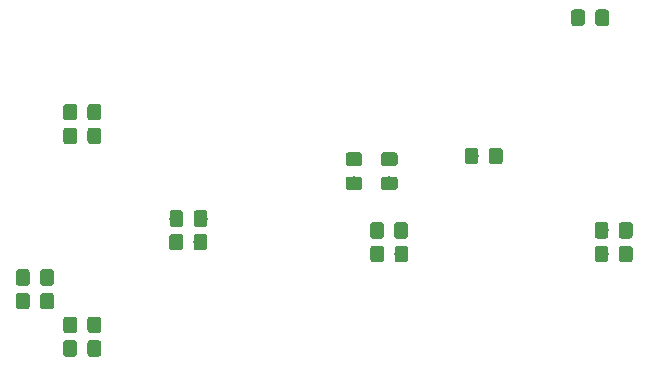
<source format=gtp>
%TF.GenerationSoftware,KiCad,Pcbnew,5.0.2+dfsg1-1*%
%TF.CreationDate,2022-04-10T01:54:42-07:00*%
%TF.ProjectId,keygame,6b657967-616d-4652-9e6b-696361645f70,rev?*%
%TF.SameCoordinates,Original*%
%TF.FileFunction,Paste,Top*%
%TF.FilePolarity,Positive*%
%FSLAX46Y46*%
G04 Gerber Fmt 4.6, Leading zero omitted, Abs format (unit mm)*
G04 Created by KiCad (PCBNEW 5.0.2+dfsg1-1) date Sun 10 Apr 2022 01:54:42 AM PDT*
%MOMM*%
%LPD*%
G01*
G04 APERTURE LIST*
%ADD10C,0.100000*%
%ADD11C,1.150000*%
G04 APERTURE END LIST*
D10*
G36*
X139324505Y-88301204D02*
X139348773Y-88304804D01*
X139372572Y-88310765D01*
X139395671Y-88319030D01*
X139417850Y-88329520D01*
X139438893Y-88342132D01*
X139458599Y-88356747D01*
X139476777Y-88373223D01*
X139493253Y-88391401D01*
X139507868Y-88411107D01*
X139520480Y-88432150D01*
X139530970Y-88454329D01*
X139539235Y-88477428D01*
X139545196Y-88501227D01*
X139548796Y-88525495D01*
X139550000Y-88549999D01*
X139550000Y-89450001D01*
X139548796Y-89474505D01*
X139545196Y-89498773D01*
X139539235Y-89522572D01*
X139530970Y-89545671D01*
X139520480Y-89567850D01*
X139507868Y-89588893D01*
X139493253Y-89608599D01*
X139476777Y-89626777D01*
X139458599Y-89643253D01*
X139438893Y-89657868D01*
X139417850Y-89670480D01*
X139395671Y-89680970D01*
X139372572Y-89689235D01*
X139348773Y-89695196D01*
X139324505Y-89698796D01*
X139300001Y-89700000D01*
X138649999Y-89700000D01*
X138625495Y-89698796D01*
X138601227Y-89695196D01*
X138577428Y-89689235D01*
X138554329Y-89680970D01*
X138532150Y-89670480D01*
X138511107Y-89657868D01*
X138491401Y-89643253D01*
X138473223Y-89626777D01*
X138456747Y-89608599D01*
X138442132Y-89588893D01*
X138429520Y-89567850D01*
X138419030Y-89545671D01*
X138410765Y-89522572D01*
X138404804Y-89498773D01*
X138401204Y-89474505D01*
X138400000Y-89450001D01*
X138400000Y-88549999D01*
X138401204Y-88525495D01*
X138404804Y-88501227D01*
X138410765Y-88477428D01*
X138419030Y-88454329D01*
X138429520Y-88432150D01*
X138442132Y-88411107D01*
X138456747Y-88391401D01*
X138473223Y-88373223D01*
X138491401Y-88356747D01*
X138511107Y-88342132D01*
X138532150Y-88329520D01*
X138554329Y-88319030D01*
X138577428Y-88310765D01*
X138601227Y-88304804D01*
X138625495Y-88301204D01*
X138649999Y-88300000D01*
X139300001Y-88300000D01*
X139324505Y-88301204D01*
X139324505Y-88301204D01*
G37*
D11*
X138975000Y-89000000D03*
D10*
G36*
X141374505Y-88301204D02*
X141398773Y-88304804D01*
X141422572Y-88310765D01*
X141445671Y-88319030D01*
X141467850Y-88329520D01*
X141488893Y-88342132D01*
X141508599Y-88356747D01*
X141526777Y-88373223D01*
X141543253Y-88391401D01*
X141557868Y-88411107D01*
X141570480Y-88432150D01*
X141580970Y-88454329D01*
X141589235Y-88477428D01*
X141595196Y-88501227D01*
X141598796Y-88525495D01*
X141600000Y-88549999D01*
X141600000Y-89450001D01*
X141598796Y-89474505D01*
X141595196Y-89498773D01*
X141589235Y-89522572D01*
X141580970Y-89545671D01*
X141570480Y-89567850D01*
X141557868Y-89588893D01*
X141543253Y-89608599D01*
X141526777Y-89626777D01*
X141508599Y-89643253D01*
X141488893Y-89657868D01*
X141467850Y-89670480D01*
X141445671Y-89680970D01*
X141422572Y-89689235D01*
X141398773Y-89695196D01*
X141374505Y-89698796D01*
X141350001Y-89700000D01*
X140699999Y-89700000D01*
X140675495Y-89698796D01*
X140651227Y-89695196D01*
X140627428Y-89689235D01*
X140604329Y-89680970D01*
X140582150Y-89670480D01*
X140561107Y-89657868D01*
X140541401Y-89643253D01*
X140523223Y-89626777D01*
X140506747Y-89608599D01*
X140492132Y-89588893D01*
X140479520Y-89567850D01*
X140469030Y-89545671D01*
X140460765Y-89522572D01*
X140454804Y-89498773D01*
X140451204Y-89474505D01*
X140450000Y-89450001D01*
X140450000Y-88549999D01*
X140451204Y-88525495D01*
X140454804Y-88501227D01*
X140460765Y-88477428D01*
X140469030Y-88454329D01*
X140479520Y-88432150D01*
X140492132Y-88411107D01*
X140506747Y-88391401D01*
X140523223Y-88373223D01*
X140541401Y-88356747D01*
X140561107Y-88342132D01*
X140582150Y-88329520D01*
X140604329Y-88319030D01*
X140627428Y-88310765D01*
X140651227Y-88304804D01*
X140675495Y-88301204D01*
X140699999Y-88300000D01*
X141350001Y-88300000D01*
X141374505Y-88301204D01*
X141374505Y-88301204D01*
G37*
D11*
X141025000Y-89000000D03*
D10*
G36*
X135324505Y-82301204D02*
X135348773Y-82304804D01*
X135372572Y-82310765D01*
X135395671Y-82319030D01*
X135417850Y-82329520D01*
X135438893Y-82342132D01*
X135458599Y-82356747D01*
X135476777Y-82373223D01*
X135493253Y-82391401D01*
X135507868Y-82411107D01*
X135520480Y-82432150D01*
X135530970Y-82454329D01*
X135539235Y-82477428D01*
X135545196Y-82501227D01*
X135548796Y-82525495D01*
X135550000Y-82549999D01*
X135550000Y-83450001D01*
X135548796Y-83474505D01*
X135545196Y-83498773D01*
X135539235Y-83522572D01*
X135530970Y-83545671D01*
X135520480Y-83567850D01*
X135507868Y-83588893D01*
X135493253Y-83608599D01*
X135476777Y-83626777D01*
X135458599Y-83643253D01*
X135438893Y-83657868D01*
X135417850Y-83670480D01*
X135395671Y-83680970D01*
X135372572Y-83689235D01*
X135348773Y-83695196D01*
X135324505Y-83698796D01*
X135300001Y-83700000D01*
X134649999Y-83700000D01*
X134625495Y-83698796D01*
X134601227Y-83695196D01*
X134577428Y-83689235D01*
X134554329Y-83680970D01*
X134532150Y-83670480D01*
X134511107Y-83657868D01*
X134491401Y-83643253D01*
X134473223Y-83626777D01*
X134456747Y-83608599D01*
X134442132Y-83588893D01*
X134429520Y-83567850D01*
X134419030Y-83545671D01*
X134410765Y-83522572D01*
X134404804Y-83498773D01*
X134401204Y-83474505D01*
X134400000Y-83450001D01*
X134400000Y-82549999D01*
X134401204Y-82525495D01*
X134404804Y-82501227D01*
X134410765Y-82477428D01*
X134419030Y-82454329D01*
X134429520Y-82432150D01*
X134442132Y-82411107D01*
X134456747Y-82391401D01*
X134473223Y-82373223D01*
X134491401Y-82356747D01*
X134511107Y-82342132D01*
X134532150Y-82329520D01*
X134554329Y-82319030D01*
X134577428Y-82310765D01*
X134601227Y-82304804D01*
X134625495Y-82301204D01*
X134649999Y-82300000D01*
X135300001Y-82300000D01*
X135324505Y-82301204D01*
X135324505Y-82301204D01*
G37*
D11*
X134975000Y-83000000D03*
D10*
G36*
X137374505Y-82301204D02*
X137398773Y-82304804D01*
X137422572Y-82310765D01*
X137445671Y-82319030D01*
X137467850Y-82329520D01*
X137488893Y-82342132D01*
X137508599Y-82356747D01*
X137526777Y-82373223D01*
X137543253Y-82391401D01*
X137557868Y-82411107D01*
X137570480Y-82432150D01*
X137580970Y-82454329D01*
X137589235Y-82477428D01*
X137595196Y-82501227D01*
X137598796Y-82525495D01*
X137600000Y-82549999D01*
X137600000Y-83450001D01*
X137598796Y-83474505D01*
X137595196Y-83498773D01*
X137589235Y-83522572D01*
X137580970Y-83545671D01*
X137570480Y-83567850D01*
X137557868Y-83588893D01*
X137543253Y-83608599D01*
X137526777Y-83626777D01*
X137508599Y-83643253D01*
X137488893Y-83657868D01*
X137467850Y-83670480D01*
X137445671Y-83680970D01*
X137422572Y-83689235D01*
X137398773Y-83695196D01*
X137374505Y-83698796D01*
X137350001Y-83700000D01*
X136699999Y-83700000D01*
X136675495Y-83698796D01*
X136651227Y-83695196D01*
X136627428Y-83689235D01*
X136604329Y-83680970D01*
X136582150Y-83670480D01*
X136561107Y-83657868D01*
X136541401Y-83643253D01*
X136523223Y-83626777D01*
X136506747Y-83608599D01*
X136492132Y-83588893D01*
X136479520Y-83567850D01*
X136469030Y-83545671D01*
X136460765Y-83522572D01*
X136454804Y-83498773D01*
X136451204Y-83474505D01*
X136450000Y-83450001D01*
X136450000Y-82549999D01*
X136451204Y-82525495D01*
X136454804Y-82501227D01*
X136460765Y-82477428D01*
X136469030Y-82454329D01*
X136479520Y-82432150D01*
X136492132Y-82411107D01*
X136506747Y-82391401D01*
X136523223Y-82373223D01*
X136541401Y-82356747D01*
X136561107Y-82342132D01*
X136582150Y-82329520D01*
X136604329Y-82319030D01*
X136627428Y-82310765D01*
X136651227Y-82304804D01*
X136675495Y-82301204D01*
X136699999Y-82300000D01*
X137350001Y-82300000D01*
X137374505Y-82301204D01*
X137374505Y-82301204D01*
G37*
D11*
X137025000Y-83000000D03*
D10*
G36*
X148299505Y-79301204D02*
X148323773Y-79304804D01*
X148347572Y-79310765D01*
X148370671Y-79319030D01*
X148392850Y-79329520D01*
X148413893Y-79342132D01*
X148433599Y-79356747D01*
X148451777Y-79373223D01*
X148468253Y-79391401D01*
X148482868Y-79411107D01*
X148495480Y-79432150D01*
X148505970Y-79454329D01*
X148514235Y-79477428D01*
X148520196Y-79501227D01*
X148523796Y-79525495D01*
X148525000Y-79549999D01*
X148525000Y-80450001D01*
X148523796Y-80474505D01*
X148520196Y-80498773D01*
X148514235Y-80522572D01*
X148505970Y-80545671D01*
X148495480Y-80567850D01*
X148482868Y-80588893D01*
X148468253Y-80608599D01*
X148451777Y-80626777D01*
X148433599Y-80643253D01*
X148413893Y-80657868D01*
X148392850Y-80670480D01*
X148370671Y-80680970D01*
X148347572Y-80689235D01*
X148323773Y-80695196D01*
X148299505Y-80698796D01*
X148275001Y-80700000D01*
X147624999Y-80700000D01*
X147600495Y-80698796D01*
X147576227Y-80695196D01*
X147552428Y-80689235D01*
X147529329Y-80680970D01*
X147507150Y-80670480D01*
X147486107Y-80657868D01*
X147466401Y-80643253D01*
X147448223Y-80626777D01*
X147431747Y-80608599D01*
X147417132Y-80588893D01*
X147404520Y-80567850D01*
X147394030Y-80545671D01*
X147385765Y-80522572D01*
X147379804Y-80498773D01*
X147376204Y-80474505D01*
X147375000Y-80450001D01*
X147375000Y-79549999D01*
X147376204Y-79525495D01*
X147379804Y-79501227D01*
X147385765Y-79477428D01*
X147394030Y-79454329D01*
X147404520Y-79432150D01*
X147417132Y-79411107D01*
X147431747Y-79391401D01*
X147448223Y-79373223D01*
X147466401Y-79356747D01*
X147486107Y-79342132D01*
X147507150Y-79329520D01*
X147529329Y-79319030D01*
X147552428Y-79310765D01*
X147576227Y-79304804D01*
X147600495Y-79301204D01*
X147624999Y-79300000D01*
X148275001Y-79300000D01*
X148299505Y-79301204D01*
X148299505Y-79301204D01*
G37*
D11*
X147950000Y-80000000D03*
D10*
G36*
X150349505Y-79301204D02*
X150373773Y-79304804D01*
X150397572Y-79310765D01*
X150420671Y-79319030D01*
X150442850Y-79329520D01*
X150463893Y-79342132D01*
X150483599Y-79356747D01*
X150501777Y-79373223D01*
X150518253Y-79391401D01*
X150532868Y-79411107D01*
X150545480Y-79432150D01*
X150555970Y-79454329D01*
X150564235Y-79477428D01*
X150570196Y-79501227D01*
X150573796Y-79525495D01*
X150575000Y-79549999D01*
X150575000Y-80450001D01*
X150573796Y-80474505D01*
X150570196Y-80498773D01*
X150564235Y-80522572D01*
X150555970Y-80545671D01*
X150545480Y-80567850D01*
X150532868Y-80588893D01*
X150518253Y-80608599D01*
X150501777Y-80626777D01*
X150483599Y-80643253D01*
X150463893Y-80657868D01*
X150442850Y-80670480D01*
X150420671Y-80680970D01*
X150397572Y-80689235D01*
X150373773Y-80695196D01*
X150349505Y-80698796D01*
X150325001Y-80700000D01*
X149674999Y-80700000D01*
X149650495Y-80698796D01*
X149626227Y-80695196D01*
X149602428Y-80689235D01*
X149579329Y-80680970D01*
X149557150Y-80670480D01*
X149536107Y-80657868D01*
X149516401Y-80643253D01*
X149498223Y-80626777D01*
X149481747Y-80608599D01*
X149467132Y-80588893D01*
X149454520Y-80567850D01*
X149444030Y-80545671D01*
X149435765Y-80522572D01*
X149429804Y-80498773D01*
X149426204Y-80474505D01*
X149425000Y-80450001D01*
X149425000Y-79549999D01*
X149426204Y-79525495D01*
X149429804Y-79501227D01*
X149435765Y-79477428D01*
X149444030Y-79454329D01*
X149454520Y-79432150D01*
X149467132Y-79411107D01*
X149481747Y-79391401D01*
X149498223Y-79373223D01*
X149516401Y-79356747D01*
X149536107Y-79342132D01*
X149557150Y-79329520D01*
X149579329Y-79319030D01*
X149602428Y-79310765D01*
X149626227Y-79304804D01*
X149650495Y-79301204D01*
X149674999Y-79300000D01*
X150325001Y-79300000D01*
X150349505Y-79301204D01*
X150349505Y-79301204D01*
G37*
D11*
X150000000Y-80000000D03*
D10*
G36*
X141374505Y-70301204D02*
X141398773Y-70304804D01*
X141422572Y-70310765D01*
X141445671Y-70319030D01*
X141467850Y-70329520D01*
X141488893Y-70342132D01*
X141508599Y-70356747D01*
X141526777Y-70373223D01*
X141543253Y-70391401D01*
X141557868Y-70411107D01*
X141570480Y-70432150D01*
X141580970Y-70454329D01*
X141589235Y-70477428D01*
X141595196Y-70501227D01*
X141598796Y-70525495D01*
X141600000Y-70549999D01*
X141600000Y-71450001D01*
X141598796Y-71474505D01*
X141595196Y-71498773D01*
X141589235Y-71522572D01*
X141580970Y-71545671D01*
X141570480Y-71567850D01*
X141557868Y-71588893D01*
X141543253Y-71608599D01*
X141526777Y-71626777D01*
X141508599Y-71643253D01*
X141488893Y-71657868D01*
X141467850Y-71670480D01*
X141445671Y-71680970D01*
X141422572Y-71689235D01*
X141398773Y-71695196D01*
X141374505Y-71698796D01*
X141350001Y-71700000D01*
X140699999Y-71700000D01*
X140675495Y-71698796D01*
X140651227Y-71695196D01*
X140627428Y-71689235D01*
X140604329Y-71680970D01*
X140582150Y-71670480D01*
X140561107Y-71657868D01*
X140541401Y-71643253D01*
X140523223Y-71626777D01*
X140506747Y-71608599D01*
X140492132Y-71588893D01*
X140479520Y-71567850D01*
X140469030Y-71545671D01*
X140460765Y-71522572D01*
X140454804Y-71498773D01*
X140451204Y-71474505D01*
X140450000Y-71450001D01*
X140450000Y-70549999D01*
X140451204Y-70525495D01*
X140454804Y-70501227D01*
X140460765Y-70477428D01*
X140469030Y-70454329D01*
X140479520Y-70432150D01*
X140492132Y-70411107D01*
X140506747Y-70391401D01*
X140523223Y-70373223D01*
X140541401Y-70356747D01*
X140561107Y-70342132D01*
X140582150Y-70329520D01*
X140604329Y-70319030D01*
X140627428Y-70310765D01*
X140651227Y-70304804D01*
X140675495Y-70301204D01*
X140699999Y-70300000D01*
X141350001Y-70300000D01*
X141374505Y-70301204D01*
X141374505Y-70301204D01*
G37*
D11*
X141025000Y-71000000D03*
D10*
G36*
X139324505Y-70301204D02*
X139348773Y-70304804D01*
X139372572Y-70310765D01*
X139395671Y-70319030D01*
X139417850Y-70329520D01*
X139438893Y-70342132D01*
X139458599Y-70356747D01*
X139476777Y-70373223D01*
X139493253Y-70391401D01*
X139507868Y-70411107D01*
X139520480Y-70432150D01*
X139530970Y-70454329D01*
X139539235Y-70477428D01*
X139545196Y-70501227D01*
X139548796Y-70525495D01*
X139550000Y-70549999D01*
X139550000Y-71450001D01*
X139548796Y-71474505D01*
X139545196Y-71498773D01*
X139539235Y-71522572D01*
X139530970Y-71545671D01*
X139520480Y-71567850D01*
X139507868Y-71588893D01*
X139493253Y-71608599D01*
X139476777Y-71626777D01*
X139458599Y-71643253D01*
X139438893Y-71657868D01*
X139417850Y-71670480D01*
X139395671Y-71680970D01*
X139372572Y-71689235D01*
X139348773Y-71695196D01*
X139324505Y-71698796D01*
X139300001Y-71700000D01*
X138649999Y-71700000D01*
X138625495Y-71698796D01*
X138601227Y-71695196D01*
X138577428Y-71689235D01*
X138554329Y-71680970D01*
X138532150Y-71670480D01*
X138511107Y-71657868D01*
X138491401Y-71643253D01*
X138473223Y-71626777D01*
X138456747Y-71608599D01*
X138442132Y-71588893D01*
X138429520Y-71567850D01*
X138419030Y-71545671D01*
X138410765Y-71522572D01*
X138404804Y-71498773D01*
X138401204Y-71474505D01*
X138400000Y-71450001D01*
X138400000Y-70549999D01*
X138401204Y-70525495D01*
X138404804Y-70501227D01*
X138410765Y-70477428D01*
X138419030Y-70454329D01*
X138429520Y-70432150D01*
X138442132Y-70411107D01*
X138456747Y-70391401D01*
X138473223Y-70373223D01*
X138491401Y-70356747D01*
X138511107Y-70342132D01*
X138532150Y-70329520D01*
X138554329Y-70319030D01*
X138577428Y-70310765D01*
X138601227Y-70304804D01*
X138625495Y-70301204D01*
X138649999Y-70300000D01*
X139300001Y-70300000D01*
X139324505Y-70301204D01*
X139324505Y-70301204D01*
G37*
D11*
X138975000Y-71000000D03*
D10*
G36*
X186374505Y-78301204D02*
X186398773Y-78304804D01*
X186422572Y-78310765D01*
X186445671Y-78319030D01*
X186467850Y-78329520D01*
X186488893Y-78342132D01*
X186508599Y-78356747D01*
X186526777Y-78373223D01*
X186543253Y-78391401D01*
X186557868Y-78411107D01*
X186570480Y-78432150D01*
X186580970Y-78454329D01*
X186589235Y-78477428D01*
X186595196Y-78501227D01*
X186598796Y-78525495D01*
X186600000Y-78549999D01*
X186600000Y-79450001D01*
X186598796Y-79474505D01*
X186595196Y-79498773D01*
X186589235Y-79522572D01*
X186580970Y-79545671D01*
X186570480Y-79567850D01*
X186557868Y-79588893D01*
X186543253Y-79608599D01*
X186526777Y-79626777D01*
X186508599Y-79643253D01*
X186488893Y-79657868D01*
X186467850Y-79670480D01*
X186445671Y-79680970D01*
X186422572Y-79689235D01*
X186398773Y-79695196D01*
X186374505Y-79698796D01*
X186350001Y-79700000D01*
X185699999Y-79700000D01*
X185675495Y-79698796D01*
X185651227Y-79695196D01*
X185627428Y-79689235D01*
X185604329Y-79680970D01*
X185582150Y-79670480D01*
X185561107Y-79657868D01*
X185541401Y-79643253D01*
X185523223Y-79626777D01*
X185506747Y-79608599D01*
X185492132Y-79588893D01*
X185479520Y-79567850D01*
X185469030Y-79545671D01*
X185460765Y-79522572D01*
X185454804Y-79498773D01*
X185451204Y-79474505D01*
X185450000Y-79450001D01*
X185450000Y-78549999D01*
X185451204Y-78525495D01*
X185454804Y-78501227D01*
X185460765Y-78477428D01*
X185469030Y-78454329D01*
X185479520Y-78432150D01*
X185492132Y-78411107D01*
X185506747Y-78391401D01*
X185523223Y-78373223D01*
X185541401Y-78356747D01*
X185561107Y-78342132D01*
X185582150Y-78329520D01*
X185604329Y-78319030D01*
X185627428Y-78310765D01*
X185651227Y-78304804D01*
X185675495Y-78301204D01*
X185699999Y-78300000D01*
X186350001Y-78300000D01*
X186374505Y-78301204D01*
X186374505Y-78301204D01*
G37*
D11*
X186025000Y-79000000D03*
D10*
G36*
X184324505Y-78301204D02*
X184348773Y-78304804D01*
X184372572Y-78310765D01*
X184395671Y-78319030D01*
X184417850Y-78329520D01*
X184438893Y-78342132D01*
X184458599Y-78356747D01*
X184476777Y-78373223D01*
X184493253Y-78391401D01*
X184507868Y-78411107D01*
X184520480Y-78432150D01*
X184530970Y-78454329D01*
X184539235Y-78477428D01*
X184545196Y-78501227D01*
X184548796Y-78525495D01*
X184550000Y-78549999D01*
X184550000Y-79450001D01*
X184548796Y-79474505D01*
X184545196Y-79498773D01*
X184539235Y-79522572D01*
X184530970Y-79545671D01*
X184520480Y-79567850D01*
X184507868Y-79588893D01*
X184493253Y-79608599D01*
X184476777Y-79626777D01*
X184458599Y-79643253D01*
X184438893Y-79657868D01*
X184417850Y-79670480D01*
X184395671Y-79680970D01*
X184372572Y-79689235D01*
X184348773Y-79695196D01*
X184324505Y-79698796D01*
X184300001Y-79700000D01*
X183649999Y-79700000D01*
X183625495Y-79698796D01*
X183601227Y-79695196D01*
X183577428Y-79689235D01*
X183554329Y-79680970D01*
X183532150Y-79670480D01*
X183511107Y-79657868D01*
X183491401Y-79643253D01*
X183473223Y-79626777D01*
X183456747Y-79608599D01*
X183442132Y-79588893D01*
X183429520Y-79567850D01*
X183419030Y-79545671D01*
X183410765Y-79522572D01*
X183404804Y-79498773D01*
X183401204Y-79474505D01*
X183400000Y-79450001D01*
X183400000Y-78549999D01*
X183401204Y-78525495D01*
X183404804Y-78501227D01*
X183410765Y-78477428D01*
X183419030Y-78454329D01*
X183429520Y-78432150D01*
X183442132Y-78411107D01*
X183456747Y-78391401D01*
X183473223Y-78373223D01*
X183491401Y-78356747D01*
X183511107Y-78342132D01*
X183532150Y-78329520D01*
X183554329Y-78319030D01*
X183577428Y-78310765D01*
X183601227Y-78304804D01*
X183625495Y-78301204D01*
X183649999Y-78300000D01*
X184300001Y-78300000D01*
X184324505Y-78301204D01*
X184324505Y-78301204D01*
G37*
D11*
X183975000Y-79000000D03*
D10*
G36*
X165324505Y-80301204D02*
X165348773Y-80304804D01*
X165372572Y-80310765D01*
X165395671Y-80319030D01*
X165417850Y-80329520D01*
X165438893Y-80342132D01*
X165458599Y-80356747D01*
X165476777Y-80373223D01*
X165493253Y-80391401D01*
X165507868Y-80411107D01*
X165520480Y-80432150D01*
X165530970Y-80454329D01*
X165539235Y-80477428D01*
X165545196Y-80501227D01*
X165548796Y-80525495D01*
X165550000Y-80549999D01*
X165550000Y-81450001D01*
X165548796Y-81474505D01*
X165545196Y-81498773D01*
X165539235Y-81522572D01*
X165530970Y-81545671D01*
X165520480Y-81567850D01*
X165507868Y-81588893D01*
X165493253Y-81608599D01*
X165476777Y-81626777D01*
X165458599Y-81643253D01*
X165438893Y-81657868D01*
X165417850Y-81670480D01*
X165395671Y-81680970D01*
X165372572Y-81689235D01*
X165348773Y-81695196D01*
X165324505Y-81698796D01*
X165300001Y-81700000D01*
X164649999Y-81700000D01*
X164625495Y-81698796D01*
X164601227Y-81695196D01*
X164577428Y-81689235D01*
X164554329Y-81680970D01*
X164532150Y-81670480D01*
X164511107Y-81657868D01*
X164491401Y-81643253D01*
X164473223Y-81626777D01*
X164456747Y-81608599D01*
X164442132Y-81588893D01*
X164429520Y-81567850D01*
X164419030Y-81545671D01*
X164410765Y-81522572D01*
X164404804Y-81498773D01*
X164401204Y-81474505D01*
X164400000Y-81450001D01*
X164400000Y-80549999D01*
X164401204Y-80525495D01*
X164404804Y-80501227D01*
X164410765Y-80477428D01*
X164419030Y-80454329D01*
X164429520Y-80432150D01*
X164442132Y-80411107D01*
X164456747Y-80391401D01*
X164473223Y-80373223D01*
X164491401Y-80356747D01*
X164511107Y-80342132D01*
X164532150Y-80329520D01*
X164554329Y-80319030D01*
X164577428Y-80310765D01*
X164601227Y-80304804D01*
X164625495Y-80301204D01*
X164649999Y-80300000D01*
X165300001Y-80300000D01*
X165324505Y-80301204D01*
X165324505Y-80301204D01*
G37*
D11*
X164975000Y-81000000D03*
D10*
G36*
X167374505Y-80301204D02*
X167398773Y-80304804D01*
X167422572Y-80310765D01*
X167445671Y-80319030D01*
X167467850Y-80329520D01*
X167488893Y-80342132D01*
X167508599Y-80356747D01*
X167526777Y-80373223D01*
X167543253Y-80391401D01*
X167557868Y-80411107D01*
X167570480Y-80432150D01*
X167580970Y-80454329D01*
X167589235Y-80477428D01*
X167595196Y-80501227D01*
X167598796Y-80525495D01*
X167600000Y-80549999D01*
X167600000Y-81450001D01*
X167598796Y-81474505D01*
X167595196Y-81498773D01*
X167589235Y-81522572D01*
X167580970Y-81545671D01*
X167570480Y-81567850D01*
X167557868Y-81588893D01*
X167543253Y-81608599D01*
X167526777Y-81626777D01*
X167508599Y-81643253D01*
X167488893Y-81657868D01*
X167467850Y-81670480D01*
X167445671Y-81680970D01*
X167422572Y-81689235D01*
X167398773Y-81695196D01*
X167374505Y-81698796D01*
X167350001Y-81700000D01*
X166699999Y-81700000D01*
X166675495Y-81698796D01*
X166651227Y-81695196D01*
X166627428Y-81689235D01*
X166604329Y-81680970D01*
X166582150Y-81670480D01*
X166561107Y-81657868D01*
X166541401Y-81643253D01*
X166523223Y-81626777D01*
X166506747Y-81608599D01*
X166492132Y-81588893D01*
X166479520Y-81567850D01*
X166469030Y-81545671D01*
X166460765Y-81522572D01*
X166454804Y-81498773D01*
X166451204Y-81474505D01*
X166450000Y-81450001D01*
X166450000Y-80549999D01*
X166451204Y-80525495D01*
X166454804Y-80501227D01*
X166460765Y-80477428D01*
X166469030Y-80454329D01*
X166479520Y-80432150D01*
X166492132Y-80411107D01*
X166506747Y-80391401D01*
X166523223Y-80373223D01*
X166541401Y-80356747D01*
X166561107Y-80342132D01*
X166582150Y-80329520D01*
X166604329Y-80319030D01*
X166627428Y-80310765D01*
X166651227Y-80304804D01*
X166675495Y-80301204D01*
X166699999Y-80300000D01*
X167350001Y-80300000D01*
X167374505Y-80301204D01*
X167374505Y-80301204D01*
G37*
D11*
X167025000Y-81000000D03*
D10*
G36*
X175364505Y-72001204D02*
X175388773Y-72004804D01*
X175412572Y-72010765D01*
X175435671Y-72019030D01*
X175457850Y-72029520D01*
X175478893Y-72042132D01*
X175498599Y-72056747D01*
X175516777Y-72073223D01*
X175533253Y-72091401D01*
X175547868Y-72111107D01*
X175560480Y-72132150D01*
X175570970Y-72154329D01*
X175579235Y-72177428D01*
X175585196Y-72201227D01*
X175588796Y-72225495D01*
X175590000Y-72249999D01*
X175590000Y-73150001D01*
X175588796Y-73174505D01*
X175585196Y-73198773D01*
X175579235Y-73222572D01*
X175570970Y-73245671D01*
X175560480Y-73267850D01*
X175547868Y-73288893D01*
X175533253Y-73308599D01*
X175516777Y-73326777D01*
X175498599Y-73343253D01*
X175478893Y-73357868D01*
X175457850Y-73370480D01*
X175435671Y-73380970D01*
X175412572Y-73389235D01*
X175388773Y-73395196D01*
X175364505Y-73398796D01*
X175340001Y-73400000D01*
X174689999Y-73400000D01*
X174665495Y-73398796D01*
X174641227Y-73395196D01*
X174617428Y-73389235D01*
X174594329Y-73380970D01*
X174572150Y-73370480D01*
X174551107Y-73357868D01*
X174531401Y-73343253D01*
X174513223Y-73326777D01*
X174496747Y-73308599D01*
X174482132Y-73288893D01*
X174469520Y-73267850D01*
X174459030Y-73245671D01*
X174450765Y-73222572D01*
X174444804Y-73198773D01*
X174441204Y-73174505D01*
X174440000Y-73150001D01*
X174440000Y-72249999D01*
X174441204Y-72225495D01*
X174444804Y-72201227D01*
X174450765Y-72177428D01*
X174459030Y-72154329D01*
X174469520Y-72132150D01*
X174482132Y-72111107D01*
X174496747Y-72091401D01*
X174513223Y-72073223D01*
X174531401Y-72056747D01*
X174551107Y-72042132D01*
X174572150Y-72029520D01*
X174594329Y-72019030D01*
X174617428Y-72010765D01*
X174641227Y-72004804D01*
X174665495Y-72001204D01*
X174689999Y-72000000D01*
X175340001Y-72000000D01*
X175364505Y-72001204D01*
X175364505Y-72001204D01*
G37*
D11*
X175015000Y-72700000D03*
D10*
G36*
X173314505Y-72001204D02*
X173338773Y-72004804D01*
X173362572Y-72010765D01*
X173385671Y-72019030D01*
X173407850Y-72029520D01*
X173428893Y-72042132D01*
X173448599Y-72056747D01*
X173466777Y-72073223D01*
X173483253Y-72091401D01*
X173497868Y-72111107D01*
X173510480Y-72132150D01*
X173520970Y-72154329D01*
X173529235Y-72177428D01*
X173535196Y-72201227D01*
X173538796Y-72225495D01*
X173540000Y-72249999D01*
X173540000Y-73150001D01*
X173538796Y-73174505D01*
X173535196Y-73198773D01*
X173529235Y-73222572D01*
X173520970Y-73245671D01*
X173510480Y-73267850D01*
X173497868Y-73288893D01*
X173483253Y-73308599D01*
X173466777Y-73326777D01*
X173448599Y-73343253D01*
X173428893Y-73357868D01*
X173407850Y-73370480D01*
X173385671Y-73380970D01*
X173362572Y-73389235D01*
X173338773Y-73395196D01*
X173314505Y-73398796D01*
X173290001Y-73400000D01*
X172639999Y-73400000D01*
X172615495Y-73398796D01*
X172591227Y-73395196D01*
X172567428Y-73389235D01*
X172544329Y-73380970D01*
X172522150Y-73370480D01*
X172501107Y-73357868D01*
X172481401Y-73343253D01*
X172463223Y-73326777D01*
X172446747Y-73308599D01*
X172432132Y-73288893D01*
X172419520Y-73267850D01*
X172409030Y-73245671D01*
X172400765Y-73222572D01*
X172394804Y-73198773D01*
X172391204Y-73174505D01*
X172390000Y-73150001D01*
X172390000Y-72249999D01*
X172391204Y-72225495D01*
X172394804Y-72201227D01*
X172400765Y-72177428D01*
X172409030Y-72154329D01*
X172419520Y-72132150D01*
X172432132Y-72111107D01*
X172446747Y-72091401D01*
X172463223Y-72073223D01*
X172481401Y-72056747D01*
X172501107Y-72042132D01*
X172522150Y-72029520D01*
X172544329Y-72019030D01*
X172567428Y-72010765D01*
X172591227Y-72004804D01*
X172615495Y-72001204D01*
X172639999Y-72000000D01*
X173290001Y-72000000D01*
X173314505Y-72001204D01*
X173314505Y-72001204D01*
G37*
D11*
X172965000Y-72700000D03*
D10*
G36*
X182324505Y-60301204D02*
X182348773Y-60304804D01*
X182372572Y-60310765D01*
X182395671Y-60319030D01*
X182417850Y-60329520D01*
X182438893Y-60342132D01*
X182458599Y-60356747D01*
X182476777Y-60373223D01*
X182493253Y-60391401D01*
X182507868Y-60411107D01*
X182520480Y-60432150D01*
X182530970Y-60454329D01*
X182539235Y-60477428D01*
X182545196Y-60501227D01*
X182548796Y-60525495D01*
X182550000Y-60549999D01*
X182550000Y-61450001D01*
X182548796Y-61474505D01*
X182545196Y-61498773D01*
X182539235Y-61522572D01*
X182530970Y-61545671D01*
X182520480Y-61567850D01*
X182507868Y-61588893D01*
X182493253Y-61608599D01*
X182476777Y-61626777D01*
X182458599Y-61643253D01*
X182438893Y-61657868D01*
X182417850Y-61670480D01*
X182395671Y-61680970D01*
X182372572Y-61689235D01*
X182348773Y-61695196D01*
X182324505Y-61698796D01*
X182300001Y-61700000D01*
X181649999Y-61700000D01*
X181625495Y-61698796D01*
X181601227Y-61695196D01*
X181577428Y-61689235D01*
X181554329Y-61680970D01*
X181532150Y-61670480D01*
X181511107Y-61657868D01*
X181491401Y-61643253D01*
X181473223Y-61626777D01*
X181456747Y-61608599D01*
X181442132Y-61588893D01*
X181429520Y-61567850D01*
X181419030Y-61545671D01*
X181410765Y-61522572D01*
X181404804Y-61498773D01*
X181401204Y-61474505D01*
X181400000Y-61450001D01*
X181400000Y-60549999D01*
X181401204Y-60525495D01*
X181404804Y-60501227D01*
X181410765Y-60477428D01*
X181419030Y-60454329D01*
X181429520Y-60432150D01*
X181442132Y-60411107D01*
X181456747Y-60391401D01*
X181473223Y-60373223D01*
X181491401Y-60356747D01*
X181511107Y-60342132D01*
X181532150Y-60329520D01*
X181554329Y-60319030D01*
X181577428Y-60310765D01*
X181601227Y-60304804D01*
X181625495Y-60301204D01*
X181649999Y-60300000D01*
X182300001Y-60300000D01*
X182324505Y-60301204D01*
X182324505Y-60301204D01*
G37*
D11*
X181975000Y-61000000D03*
D10*
G36*
X184374505Y-60301204D02*
X184398773Y-60304804D01*
X184422572Y-60310765D01*
X184445671Y-60319030D01*
X184467850Y-60329520D01*
X184488893Y-60342132D01*
X184508599Y-60356747D01*
X184526777Y-60373223D01*
X184543253Y-60391401D01*
X184557868Y-60411107D01*
X184570480Y-60432150D01*
X184580970Y-60454329D01*
X184589235Y-60477428D01*
X184595196Y-60501227D01*
X184598796Y-60525495D01*
X184600000Y-60549999D01*
X184600000Y-61450001D01*
X184598796Y-61474505D01*
X184595196Y-61498773D01*
X184589235Y-61522572D01*
X184580970Y-61545671D01*
X184570480Y-61567850D01*
X184557868Y-61588893D01*
X184543253Y-61608599D01*
X184526777Y-61626777D01*
X184508599Y-61643253D01*
X184488893Y-61657868D01*
X184467850Y-61670480D01*
X184445671Y-61680970D01*
X184422572Y-61689235D01*
X184398773Y-61695196D01*
X184374505Y-61698796D01*
X184350001Y-61700000D01*
X183699999Y-61700000D01*
X183675495Y-61698796D01*
X183651227Y-61695196D01*
X183627428Y-61689235D01*
X183604329Y-61680970D01*
X183582150Y-61670480D01*
X183561107Y-61657868D01*
X183541401Y-61643253D01*
X183523223Y-61626777D01*
X183506747Y-61608599D01*
X183492132Y-61588893D01*
X183479520Y-61567850D01*
X183469030Y-61545671D01*
X183460765Y-61522572D01*
X183454804Y-61498773D01*
X183451204Y-61474505D01*
X183450000Y-61450001D01*
X183450000Y-60549999D01*
X183451204Y-60525495D01*
X183454804Y-60501227D01*
X183460765Y-60477428D01*
X183469030Y-60454329D01*
X183479520Y-60432150D01*
X183492132Y-60411107D01*
X183506747Y-60391401D01*
X183523223Y-60373223D01*
X183541401Y-60356747D01*
X183561107Y-60342132D01*
X183582150Y-60329520D01*
X183604329Y-60319030D01*
X183627428Y-60310765D01*
X183651227Y-60304804D01*
X183675495Y-60301204D01*
X183699999Y-60300000D01*
X184350001Y-60300000D01*
X184374505Y-60301204D01*
X184374505Y-60301204D01*
G37*
D11*
X184025000Y-61000000D03*
D10*
G36*
X141374505Y-68301204D02*
X141398773Y-68304804D01*
X141422572Y-68310765D01*
X141445671Y-68319030D01*
X141467850Y-68329520D01*
X141488893Y-68342132D01*
X141508599Y-68356747D01*
X141526777Y-68373223D01*
X141543253Y-68391401D01*
X141557868Y-68411107D01*
X141570480Y-68432150D01*
X141580970Y-68454329D01*
X141589235Y-68477428D01*
X141595196Y-68501227D01*
X141598796Y-68525495D01*
X141600000Y-68549999D01*
X141600000Y-69450001D01*
X141598796Y-69474505D01*
X141595196Y-69498773D01*
X141589235Y-69522572D01*
X141580970Y-69545671D01*
X141570480Y-69567850D01*
X141557868Y-69588893D01*
X141543253Y-69608599D01*
X141526777Y-69626777D01*
X141508599Y-69643253D01*
X141488893Y-69657868D01*
X141467850Y-69670480D01*
X141445671Y-69680970D01*
X141422572Y-69689235D01*
X141398773Y-69695196D01*
X141374505Y-69698796D01*
X141350001Y-69700000D01*
X140699999Y-69700000D01*
X140675495Y-69698796D01*
X140651227Y-69695196D01*
X140627428Y-69689235D01*
X140604329Y-69680970D01*
X140582150Y-69670480D01*
X140561107Y-69657868D01*
X140541401Y-69643253D01*
X140523223Y-69626777D01*
X140506747Y-69608599D01*
X140492132Y-69588893D01*
X140479520Y-69567850D01*
X140469030Y-69545671D01*
X140460765Y-69522572D01*
X140454804Y-69498773D01*
X140451204Y-69474505D01*
X140450000Y-69450001D01*
X140450000Y-68549999D01*
X140451204Y-68525495D01*
X140454804Y-68501227D01*
X140460765Y-68477428D01*
X140469030Y-68454329D01*
X140479520Y-68432150D01*
X140492132Y-68411107D01*
X140506747Y-68391401D01*
X140523223Y-68373223D01*
X140541401Y-68356747D01*
X140561107Y-68342132D01*
X140582150Y-68329520D01*
X140604329Y-68319030D01*
X140627428Y-68310765D01*
X140651227Y-68304804D01*
X140675495Y-68301204D01*
X140699999Y-68300000D01*
X141350001Y-68300000D01*
X141374505Y-68301204D01*
X141374505Y-68301204D01*
G37*
D11*
X141025000Y-69000000D03*
D10*
G36*
X139324505Y-68301204D02*
X139348773Y-68304804D01*
X139372572Y-68310765D01*
X139395671Y-68319030D01*
X139417850Y-68329520D01*
X139438893Y-68342132D01*
X139458599Y-68356747D01*
X139476777Y-68373223D01*
X139493253Y-68391401D01*
X139507868Y-68411107D01*
X139520480Y-68432150D01*
X139530970Y-68454329D01*
X139539235Y-68477428D01*
X139545196Y-68501227D01*
X139548796Y-68525495D01*
X139550000Y-68549999D01*
X139550000Y-69450001D01*
X139548796Y-69474505D01*
X139545196Y-69498773D01*
X139539235Y-69522572D01*
X139530970Y-69545671D01*
X139520480Y-69567850D01*
X139507868Y-69588893D01*
X139493253Y-69608599D01*
X139476777Y-69626777D01*
X139458599Y-69643253D01*
X139438893Y-69657868D01*
X139417850Y-69670480D01*
X139395671Y-69680970D01*
X139372572Y-69689235D01*
X139348773Y-69695196D01*
X139324505Y-69698796D01*
X139300001Y-69700000D01*
X138649999Y-69700000D01*
X138625495Y-69698796D01*
X138601227Y-69695196D01*
X138577428Y-69689235D01*
X138554329Y-69680970D01*
X138532150Y-69670480D01*
X138511107Y-69657868D01*
X138491401Y-69643253D01*
X138473223Y-69626777D01*
X138456747Y-69608599D01*
X138442132Y-69588893D01*
X138429520Y-69567850D01*
X138419030Y-69545671D01*
X138410765Y-69522572D01*
X138404804Y-69498773D01*
X138401204Y-69474505D01*
X138400000Y-69450001D01*
X138400000Y-68549999D01*
X138401204Y-68525495D01*
X138404804Y-68501227D01*
X138410765Y-68477428D01*
X138419030Y-68454329D01*
X138429520Y-68432150D01*
X138442132Y-68411107D01*
X138456747Y-68391401D01*
X138473223Y-68373223D01*
X138491401Y-68356747D01*
X138511107Y-68342132D01*
X138532150Y-68329520D01*
X138554329Y-68319030D01*
X138577428Y-68310765D01*
X138601227Y-68304804D01*
X138625495Y-68301204D01*
X138649999Y-68300000D01*
X139300001Y-68300000D01*
X139324505Y-68301204D01*
X139324505Y-68301204D01*
G37*
D11*
X138975000Y-69000000D03*
D10*
G36*
X139324505Y-86301204D02*
X139348773Y-86304804D01*
X139372572Y-86310765D01*
X139395671Y-86319030D01*
X139417850Y-86329520D01*
X139438893Y-86342132D01*
X139458599Y-86356747D01*
X139476777Y-86373223D01*
X139493253Y-86391401D01*
X139507868Y-86411107D01*
X139520480Y-86432150D01*
X139530970Y-86454329D01*
X139539235Y-86477428D01*
X139545196Y-86501227D01*
X139548796Y-86525495D01*
X139550000Y-86549999D01*
X139550000Y-87450001D01*
X139548796Y-87474505D01*
X139545196Y-87498773D01*
X139539235Y-87522572D01*
X139530970Y-87545671D01*
X139520480Y-87567850D01*
X139507868Y-87588893D01*
X139493253Y-87608599D01*
X139476777Y-87626777D01*
X139458599Y-87643253D01*
X139438893Y-87657868D01*
X139417850Y-87670480D01*
X139395671Y-87680970D01*
X139372572Y-87689235D01*
X139348773Y-87695196D01*
X139324505Y-87698796D01*
X139300001Y-87700000D01*
X138649999Y-87700000D01*
X138625495Y-87698796D01*
X138601227Y-87695196D01*
X138577428Y-87689235D01*
X138554329Y-87680970D01*
X138532150Y-87670480D01*
X138511107Y-87657868D01*
X138491401Y-87643253D01*
X138473223Y-87626777D01*
X138456747Y-87608599D01*
X138442132Y-87588893D01*
X138429520Y-87567850D01*
X138419030Y-87545671D01*
X138410765Y-87522572D01*
X138404804Y-87498773D01*
X138401204Y-87474505D01*
X138400000Y-87450001D01*
X138400000Y-86549999D01*
X138401204Y-86525495D01*
X138404804Y-86501227D01*
X138410765Y-86477428D01*
X138419030Y-86454329D01*
X138429520Y-86432150D01*
X138442132Y-86411107D01*
X138456747Y-86391401D01*
X138473223Y-86373223D01*
X138491401Y-86356747D01*
X138511107Y-86342132D01*
X138532150Y-86329520D01*
X138554329Y-86319030D01*
X138577428Y-86310765D01*
X138601227Y-86304804D01*
X138625495Y-86301204D01*
X138649999Y-86300000D01*
X139300001Y-86300000D01*
X139324505Y-86301204D01*
X139324505Y-86301204D01*
G37*
D11*
X138975000Y-87000000D03*
D10*
G36*
X141374505Y-86301204D02*
X141398773Y-86304804D01*
X141422572Y-86310765D01*
X141445671Y-86319030D01*
X141467850Y-86329520D01*
X141488893Y-86342132D01*
X141508599Y-86356747D01*
X141526777Y-86373223D01*
X141543253Y-86391401D01*
X141557868Y-86411107D01*
X141570480Y-86432150D01*
X141580970Y-86454329D01*
X141589235Y-86477428D01*
X141595196Y-86501227D01*
X141598796Y-86525495D01*
X141600000Y-86549999D01*
X141600000Y-87450001D01*
X141598796Y-87474505D01*
X141595196Y-87498773D01*
X141589235Y-87522572D01*
X141580970Y-87545671D01*
X141570480Y-87567850D01*
X141557868Y-87588893D01*
X141543253Y-87608599D01*
X141526777Y-87626777D01*
X141508599Y-87643253D01*
X141488893Y-87657868D01*
X141467850Y-87670480D01*
X141445671Y-87680970D01*
X141422572Y-87689235D01*
X141398773Y-87695196D01*
X141374505Y-87698796D01*
X141350001Y-87700000D01*
X140699999Y-87700000D01*
X140675495Y-87698796D01*
X140651227Y-87695196D01*
X140627428Y-87689235D01*
X140604329Y-87680970D01*
X140582150Y-87670480D01*
X140561107Y-87657868D01*
X140541401Y-87643253D01*
X140523223Y-87626777D01*
X140506747Y-87608599D01*
X140492132Y-87588893D01*
X140479520Y-87567850D01*
X140469030Y-87545671D01*
X140460765Y-87522572D01*
X140454804Y-87498773D01*
X140451204Y-87474505D01*
X140450000Y-87450001D01*
X140450000Y-86549999D01*
X140451204Y-86525495D01*
X140454804Y-86501227D01*
X140460765Y-86477428D01*
X140469030Y-86454329D01*
X140479520Y-86432150D01*
X140492132Y-86411107D01*
X140506747Y-86391401D01*
X140523223Y-86373223D01*
X140541401Y-86356747D01*
X140561107Y-86342132D01*
X140582150Y-86329520D01*
X140604329Y-86319030D01*
X140627428Y-86310765D01*
X140651227Y-86304804D01*
X140675495Y-86301204D01*
X140699999Y-86300000D01*
X141350001Y-86300000D01*
X141374505Y-86301204D01*
X141374505Y-86301204D01*
G37*
D11*
X141025000Y-87000000D03*
D10*
G36*
X135324505Y-84301204D02*
X135348773Y-84304804D01*
X135372572Y-84310765D01*
X135395671Y-84319030D01*
X135417850Y-84329520D01*
X135438893Y-84342132D01*
X135458599Y-84356747D01*
X135476777Y-84373223D01*
X135493253Y-84391401D01*
X135507868Y-84411107D01*
X135520480Y-84432150D01*
X135530970Y-84454329D01*
X135539235Y-84477428D01*
X135545196Y-84501227D01*
X135548796Y-84525495D01*
X135550000Y-84549999D01*
X135550000Y-85450001D01*
X135548796Y-85474505D01*
X135545196Y-85498773D01*
X135539235Y-85522572D01*
X135530970Y-85545671D01*
X135520480Y-85567850D01*
X135507868Y-85588893D01*
X135493253Y-85608599D01*
X135476777Y-85626777D01*
X135458599Y-85643253D01*
X135438893Y-85657868D01*
X135417850Y-85670480D01*
X135395671Y-85680970D01*
X135372572Y-85689235D01*
X135348773Y-85695196D01*
X135324505Y-85698796D01*
X135300001Y-85700000D01*
X134649999Y-85700000D01*
X134625495Y-85698796D01*
X134601227Y-85695196D01*
X134577428Y-85689235D01*
X134554329Y-85680970D01*
X134532150Y-85670480D01*
X134511107Y-85657868D01*
X134491401Y-85643253D01*
X134473223Y-85626777D01*
X134456747Y-85608599D01*
X134442132Y-85588893D01*
X134429520Y-85567850D01*
X134419030Y-85545671D01*
X134410765Y-85522572D01*
X134404804Y-85498773D01*
X134401204Y-85474505D01*
X134400000Y-85450001D01*
X134400000Y-84549999D01*
X134401204Y-84525495D01*
X134404804Y-84501227D01*
X134410765Y-84477428D01*
X134419030Y-84454329D01*
X134429520Y-84432150D01*
X134442132Y-84411107D01*
X134456747Y-84391401D01*
X134473223Y-84373223D01*
X134491401Y-84356747D01*
X134511107Y-84342132D01*
X134532150Y-84329520D01*
X134554329Y-84319030D01*
X134577428Y-84310765D01*
X134601227Y-84304804D01*
X134625495Y-84301204D01*
X134649999Y-84300000D01*
X135300001Y-84300000D01*
X135324505Y-84301204D01*
X135324505Y-84301204D01*
G37*
D11*
X134975000Y-85000000D03*
D10*
G36*
X137374505Y-84301204D02*
X137398773Y-84304804D01*
X137422572Y-84310765D01*
X137445671Y-84319030D01*
X137467850Y-84329520D01*
X137488893Y-84342132D01*
X137508599Y-84356747D01*
X137526777Y-84373223D01*
X137543253Y-84391401D01*
X137557868Y-84411107D01*
X137570480Y-84432150D01*
X137580970Y-84454329D01*
X137589235Y-84477428D01*
X137595196Y-84501227D01*
X137598796Y-84525495D01*
X137600000Y-84549999D01*
X137600000Y-85450001D01*
X137598796Y-85474505D01*
X137595196Y-85498773D01*
X137589235Y-85522572D01*
X137580970Y-85545671D01*
X137570480Y-85567850D01*
X137557868Y-85588893D01*
X137543253Y-85608599D01*
X137526777Y-85626777D01*
X137508599Y-85643253D01*
X137488893Y-85657868D01*
X137467850Y-85670480D01*
X137445671Y-85680970D01*
X137422572Y-85689235D01*
X137398773Y-85695196D01*
X137374505Y-85698796D01*
X137350001Y-85700000D01*
X136699999Y-85700000D01*
X136675495Y-85698796D01*
X136651227Y-85695196D01*
X136627428Y-85689235D01*
X136604329Y-85680970D01*
X136582150Y-85670480D01*
X136561107Y-85657868D01*
X136541401Y-85643253D01*
X136523223Y-85626777D01*
X136506747Y-85608599D01*
X136492132Y-85588893D01*
X136479520Y-85567850D01*
X136469030Y-85545671D01*
X136460765Y-85522572D01*
X136454804Y-85498773D01*
X136451204Y-85474505D01*
X136450000Y-85450001D01*
X136450000Y-84549999D01*
X136451204Y-84525495D01*
X136454804Y-84501227D01*
X136460765Y-84477428D01*
X136469030Y-84454329D01*
X136479520Y-84432150D01*
X136492132Y-84411107D01*
X136506747Y-84391401D01*
X136523223Y-84373223D01*
X136541401Y-84356747D01*
X136561107Y-84342132D01*
X136582150Y-84329520D01*
X136604329Y-84319030D01*
X136627428Y-84310765D01*
X136651227Y-84304804D01*
X136675495Y-84301204D01*
X136699999Y-84300000D01*
X137350001Y-84300000D01*
X137374505Y-84301204D01*
X137374505Y-84301204D01*
G37*
D11*
X137025000Y-85000000D03*
D10*
G36*
X148324505Y-77301204D02*
X148348773Y-77304804D01*
X148372572Y-77310765D01*
X148395671Y-77319030D01*
X148417850Y-77329520D01*
X148438893Y-77342132D01*
X148458599Y-77356747D01*
X148476777Y-77373223D01*
X148493253Y-77391401D01*
X148507868Y-77411107D01*
X148520480Y-77432150D01*
X148530970Y-77454329D01*
X148539235Y-77477428D01*
X148545196Y-77501227D01*
X148548796Y-77525495D01*
X148550000Y-77549999D01*
X148550000Y-78450001D01*
X148548796Y-78474505D01*
X148545196Y-78498773D01*
X148539235Y-78522572D01*
X148530970Y-78545671D01*
X148520480Y-78567850D01*
X148507868Y-78588893D01*
X148493253Y-78608599D01*
X148476777Y-78626777D01*
X148458599Y-78643253D01*
X148438893Y-78657868D01*
X148417850Y-78670480D01*
X148395671Y-78680970D01*
X148372572Y-78689235D01*
X148348773Y-78695196D01*
X148324505Y-78698796D01*
X148300001Y-78700000D01*
X147649999Y-78700000D01*
X147625495Y-78698796D01*
X147601227Y-78695196D01*
X147577428Y-78689235D01*
X147554329Y-78680970D01*
X147532150Y-78670480D01*
X147511107Y-78657868D01*
X147491401Y-78643253D01*
X147473223Y-78626777D01*
X147456747Y-78608599D01*
X147442132Y-78588893D01*
X147429520Y-78567850D01*
X147419030Y-78545671D01*
X147410765Y-78522572D01*
X147404804Y-78498773D01*
X147401204Y-78474505D01*
X147400000Y-78450001D01*
X147400000Y-77549999D01*
X147401204Y-77525495D01*
X147404804Y-77501227D01*
X147410765Y-77477428D01*
X147419030Y-77454329D01*
X147429520Y-77432150D01*
X147442132Y-77411107D01*
X147456747Y-77391401D01*
X147473223Y-77373223D01*
X147491401Y-77356747D01*
X147511107Y-77342132D01*
X147532150Y-77329520D01*
X147554329Y-77319030D01*
X147577428Y-77310765D01*
X147601227Y-77304804D01*
X147625495Y-77301204D01*
X147649999Y-77300000D01*
X148300001Y-77300000D01*
X148324505Y-77301204D01*
X148324505Y-77301204D01*
G37*
D11*
X147975000Y-78000000D03*
D10*
G36*
X150374505Y-77301204D02*
X150398773Y-77304804D01*
X150422572Y-77310765D01*
X150445671Y-77319030D01*
X150467850Y-77329520D01*
X150488893Y-77342132D01*
X150508599Y-77356747D01*
X150526777Y-77373223D01*
X150543253Y-77391401D01*
X150557868Y-77411107D01*
X150570480Y-77432150D01*
X150580970Y-77454329D01*
X150589235Y-77477428D01*
X150595196Y-77501227D01*
X150598796Y-77525495D01*
X150600000Y-77549999D01*
X150600000Y-78450001D01*
X150598796Y-78474505D01*
X150595196Y-78498773D01*
X150589235Y-78522572D01*
X150580970Y-78545671D01*
X150570480Y-78567850D01*
X150557868Y-78588893D01*
X150543253Y-78608599D01*
X150526777Y-78626777D01*
X150508599Y-78643253D01*
X150488893Y-78657868D01*
X150467850Y-78670480D01*
X150445671Y-78680970D01*
X150422572Y-78689235D01*
X150398773Y-78695196D01*
X150374505Y-78698796D01*
X150350001Y-78700000D01*
X149699999Y-78700000D01*
X149675495Y-78698796D01*
X149651227Y-78695196D01*
X149627428Y-78689235D01*
X149604329Y-78680970D01*
X149582150Y-78670480D01*
X149561107Y-78657868D01*
X149541401Y-78643253D01*
X149523223Y-78626777D01*
X149506747Y-78608599D01*
X149492132Y-78588893D01*
X149479520Y-78567850D01*
X149469030Y-78545671D01*
X149460765Y-78522572D01*
X149454804Y-78498773D01*
X149451204Y-78474505D01*
X149450000Y-78450001D01*
X149450000Y-77549999D01*
X149451204Y-77525495D01*
X149454804Y-77501227D01*
X149460765Y-77477428D01*
X149469030Y-77454329D01*
X149479520Y-77432150D01*
X149492132Y-77411107D01*
X149506747Y-77391401D01*
X149523223Y-77373223D01*
X149541401Y-77356747D01*
X149561107Y-77342132D01*
X149582150Y-77329520D01*
X149604329Y-77319030D01*
X149627428Y-77310765D01*
X149651227Y-77304804D01*
X149675495Y-77301204D01*
X149699999Y-77300000D01*
X150350001Y-77300000D01*
X150374505Y-77301204D01*
X150374505Y-77301204D01*
G37*
D11*
X150025000Y-78000000D03*
D10*
G36*
X186374505Y-80301204D02*
X186398773Y-80304804D01*
X186422572Y-80310765D01*
X186445671Y-80319030D01*
X186467850Y-80329520D01*
X186488893Y-80342132D01*
X186508599Y-80356747D01*
X186526777Y-80373223D01*
X186543253Y-80391401D01*
X186557868Y-80411107D01*
X186570480Y-80432150D01*
X186580970Y-80454329D01*
X186589235Y-80477428D01*
X186595196Y-80501227D01*
X186598796Y-80525495D01*
X186600000Y-80549999D01*
X186600000Y-81450001D01*
X186598796Y-81474505D01*
X186595196Y-81498773D01*
X186589235Y-81522572D01*
X186580970Y-81545671D01*
X186570480Y-81567850D01*
X186557868Y-81588893D01*
X186543253Y-81608599D01*
X186526777Y-81626777D01*
X186508599Y-81643253D01*
X186488893Y-81657868D01*
X186467850Y-81670480D01*
X186445671Y-81680970D01*
X186422572Y-81689235D01*
X186398773Y-81695196D01*
X186374505Y-81698796D01*
X186350001Y-81700000D01*
X185699999Y-81700000D01*
X185675495Y-81698796D01*
X185651227Y-81695196D01*
X185627428Y-81689235D01*
X185604329Y-81680970D01*
X185582150Y-81670480D01*
X185561107Y-81657868D01*
X185541401Y-81643253D01*
X185523223Y-81626777D01*
X185506747Y-81608599D01*
X185492132Y-81588893D01*
X185479520Y-81567850D01*
X185469030Y-81545671D01*
X185460765Y-81522572D01*
X185454804Y-81498773D01*
X185451204Y-81474505D01*
X185450000Y-81450001D01*
X185450000Y-80549999D01*
X185451204Y-80525495D01*
X185454804Y-80501227D01*
X185460765Y-80477428D01*
X185469030Y-80454329D01*
X185479520Y-80432150D01*
X185492132Y-80411107D01*
X185506747Y-80391401D01*
X185523223Y-80373223D01*
X185541401Y-80356747D01*
X185561107Y-80342132D01*
X185582150Y-80329520D01*
X185604329Y-80319030D01*
X185627428Y-80310765D01*
X185651227Y-80304804D01*
X185675495Y-80301204D01*
X185699999Y-80300000D01*
X186350001Y-80300000D01*
X186374505Y-80301204D01*
X186374505Y-80301204D01*
G37*
D11*
X186025000Y-81000000D03*
D10*
G36*
X184324505Y-80301204D02*
X184348773Y-80304804D01*
X184372572Y-80310765D01*
X184395671Y-80319030D01*
X184417850Y-80329520D01*
X184438893Y-80342132D01*
X184458599Y-80356747D01*
X184476777Y-80373223D01*
X184493253Y-80391401D01*
X184507868Y-80411107D01*
X184520480Y-80432150D01*
X184530970Y-80454329D01*
X184539235Y-80477428D01*
X184545196Y-80501227D01*
X184548796Y-80525495D01*
X184550000Y-80549999D01*
X184550000Y-81450001D01*
X184548796Y-81474505D01*
X184545196Y-81498773D01*
X184539235Y-81522572D01*
X184530970Y-81545671D01*
X184520480Y-81567850D01*
X184507868Y-81588893D01*
X184493253Y-81608599D01*
X184476777Y-81626777D01*
X184458599Y-81643253D01*
X184438893Y-81657868D01*
X184417850Y-81670480D01*
X184395671Y-81680970D01*
X184372572Y-81689235D01*
X184348773Y-81695196D01*
X184324505Y-81698796D01*
X184300001Y-81700000D01*
X183649999Y-81700000D01*
X183625495Y-81698796D01*
X183601227Y-81695196D01*
X183577428Y-81689235D01*
X183554329Y-81680970D01*
X183532150Y-81670480D01*
X183511107Y-81657868D01*
X183491401Y-81643253D01*
X183473223Y-81626777D01*
X183456747Y-81608599D01*
X183442132Y-81588893D01*
X183429520Y-81567850D01*
X183419030Y-81545671D01*
X183410765Y-81522572D01*
X183404804Y-81498773D01*
X183401204Y-81474505D01*
X183400000Y-81450001D01*
X183400000Y-80549999D01*
X183401204Y-80525495D01*
X183404804Y-80501227D01*
X183410765Y-80477428D01*
X183419030Y-80454329D01*
X183429520Y-80432150D01*
X183442132Y-80411107D01*
X183456747Y-80391401D01*
X183473223Y-80373223D01*
X183491401Y-80356747D01*
X183511107Y-80342132D01*
X183532150Y-80329520D01*
X183554329Y-80319030D01*
X183577428Y-80310765D01*
X183601227Y-80304804D01*
X183625495Y-80301204D01*
X183649999Y-80300000D01*
X184300001Y-80300000D01*
X184324505Y-80301204D01*
X184324505Y-80301204D01*
G37*
D11*
X183975000Y-81000000D03*
D10*
G36*
X165299505Y-78301204D02*
X165323773Y-78304804D01*
X165347572Y-78310765D01*
X165370671Y-78319030D01*
X165392850Y-78329520D01*
X165413893Y-78342132D01*
X165433599Y-78356747D01*
X165451777Y-78373223D01*
X165468253Y-78391401D01*
X165482868Y-78411107D01*
X165495480Y-78432150D01*
X165505970Y-78454329D01*
X165514235Y-78477428D01*
X165520196Y-78501227D01*
X165523796Y-78525495D01*
X165525000Y-78549999D01*
X165525000Y-79450001D01*
X165523796Y-79474505D01*
X165520196Y-79498773D01*
X165514235Y-79522572D01*
X165505970Y-79545671D01*
X165495480Y-79567850D01*
X165482868Y-79588893D01*
X165468253Y-79608599D01*
X165451777Y-79626777D01*
X165433599Y-79643253D01*
X165413893Y-79657868D01*
X165392850Y-79670480D01*
X165370671Y-79680970D01*
X165347572Y-79689235D01*
X165323773Y-79695196D01*
X165299505Y-79698796D01*
X165275001Y-79700000D01*
X164624999Y-79700000D01*
X164600495Y-79698796D01*
X164576227Y-79695196D01*
X164552428Y-79689235D01*
X164529329Y-79680970D01*
X164507150Y-79670480D01*
X164486107Y-79657868D01*
X164466401Y-79643253D01*
X164448223Y-79626777D01*
X164431747Y-79608599D01*
X164417132Y-79588893D01*
X164404520Y-79567850D01*
X164394030Y-79545671D01*
X164385765Y-79522572D01*
X164379804Y-79498773D01*
X164376204Y-79474505D01*
X164375000Y-79450001D01*
X164375000Y-78549999D01*
X164376204Y-78525495D01*
X164379804Y-78501227D01*
X164385765Y-78477428D01*
X164394030Y-78454329D01*
X164404520Y-78432150D01*
X164417132Y-78411107D01*
X164431747Y-78391401D01*
X164448223Y-78373223D01*
X164466401Y-78356747D01*
X164486107Y-78342132D01*
X164507150Y-78329520D01*
X164529329Y-78319030D01*
X164552428Y-78310765D01*
X164576227Y-78304804D01*
X164600495Y-78301204D01*
X164624999Y-78300000D01*
X165275001Y-78300000D01*
X165299505Y-78301204D01*
X165299505Y-78301204D01*
G37*
D11*
X164950000Y-79000000D03*
D10*
G36*
X167349505Y-78301204D02*
X167373773Y-78304804D01*
X167397572Y-78310765D01*
X167420671Y-78319030D01*
X167442850Y-78329520D01*
X167463893Y-78342132D01*
X167483599Y-78356747D01*
X167501777Y-78373223D01*
X167518253Y-78391401D01*
X167532868Y-78411107D01*
X167545480Y-78432150D01*
X167555970Y-78454329D01*
X167564235Y-78477428D01*
X167570196Y-78501227D01*
X167573796Y-78525495D01*
X167575000Y-78549999D01*
X167575000Y-79450001D01*
X167573796Y-79474505D01*
X167570196Y-79498773D01*
X167564235Y-79522572D01*
X167555970Y-79545671D01*
X167545480Y-79567850D01*
X167532868Y-79588893D01*
X167518253Y-79608599D01*
X167501777Y-79626777D01*
X167483599Y-79643253D01*
X167463893Y-79657868D01*
X167442850Y-79670480D01*
X167420671Y-79680970D01*
X167397572Y-79689235D01*
X167373773Y-79695196D01*
X167349505Y-79698796D01*
X167325001Y-79700000D01*
X166674999Y-79700000D01*
X166650495Y-79698796D01*
X166626227Y-79695196D01*
X166602428Y-79689235D01*
X166579329Y-79680970D01*
X166557150Y-79670480D01*
X166536107Y-79657868D01*
X166516401Y-79643253D01*
X166498223Y-79626777D01*
X166481747Y-79608599D01*
X166467132Y-79588893D01*
X166454520Y-79567850D01*
X166444030Y-79545671D01*
X166435765Y-79522572D01*
X166429804Y-79498773D01*
X166426204Y-79474505D01*
X166425000Y-79450001D01*
X166425000Y-78549999D01*
X166426204Y-78525495D01*
X166429804Y-78501227D01*
X166435765Y-78477428D01*
X166444030Y-78454329D01*
X166454520Y-78432150D01*
X166467132Y-78411107D01*
X166481747Y-78391401D01*
X166498223Y-78373223D01*
X166516401Y-78356747D01*
X166536107Y-78342132D01*
X166557150Y-78329520D01*
X166579329Y-78319030D01*
X166602428Y-78310765D01*
X166626227Y-78304804D01*
X166650495Y-78301204D01*
X166674999Y-78300000D01*
X167325001Y-78300000D01*
X167349505Y-78301204D01*
X167349505Y-78301204D01*
G37*
D11*
X167000000Y-79000000D03*
D10*
G36*
X163474505Y-74451204D02*
X163498773Y-74454804D01*
X163522572Y-74460765D01*
X163545671Y-74469030D01*
X163567850Y-74479520D01*
X163588893Y-74492132D01*
X163608599Y-74506747D01*
X163626777Y-74523223D01*
X163643253Y-74541401D01*
X163657868Y-74561107D01*
X163670480Y-74582150D01*
X163680970Y-74604329D01*
X163689235Y-74627428D01*
X163695196Y-74651227D01*
X163698796Y-74675495D01*
X163700000Y-74699999D01*
X163700000Y-75350001D01*
X163698796Y-75374505D01*
X163695196Y-75398773D01*
X163689235Y-75422572D01*
X163680970Y-75445671D01*
X163670480Y-75467850D01*
X163657868Y-75488893D01*
X163643253Y-75508599D01*
X163626777Y-75526777D01*
X163608599Y-75543253D01*
X163588893Y-75557868D01*
X163567850Y-75570480D01*
X163545671Y-75580970D01*
X163522572Y-75589235D01*
X163498773Y-75595196D01*
X163474505Y-75598796D01*
X163450001Y-75600000D01*
X162549999Y-75600000D01*
X162525495Y-75598796D01*
X162501227Y-75595196D01*
X162477428Y-75589235D01*
X162454329Y-75580970D01*
X162432150Y-75570480D01*
X162411107Y-75557868D01*
X162391401Y-75543253D01*
X162373223Y-75526777D01*
X162356747Y-75508599D01*
X162342132Y-75488893D01*
X162329520Y-75467850D01*
X162319030Y-75445671D01*
X162310765Y-75422572D01*
X162304804Y-75398773D01*
X162301204Y-75374505D01*
X162300000Y-75350001D01*
X162300000Y-74699999D01*
X162301204Y-74675495D01*
X162304804Y-74651227D01*
X162310765Y-74627428D01*
X162319030Y-74604329D01*
X162329520Y-74582150D01*
X162342132Y-74561107D01*
X162356747Y-74541401D01*
X162373223Y-74523223D01*
X162391401Y-74506747D01*
X162411107Y-74492132D01*
X162432150Y-74479520D01*
X162454329Y-74469030D01*
X162477428Y-74460765D01*
X162501227Y-74454804D01*
X162525495Y-74451204D01*
X162549999Y-74450000D01*
X163450001Y-74450000D01*
X163474505Y-74451204D01*
X163474505Y-74451204D01*
G37*
D11*
X163000000Y-75025000D03*
D10*
G36*
X163474505Y-72401204D02*
X163498773Y-72404804D01*
X163522572Y-72410765D01*
X163545671Y-72419030D01*
X163567850Y-72429520D01*
X163588893Y-72442132D01*
X163608599Y-72456747D01*
X163626777Y-72473223D01*
X163643253Y-72491401D01*
X163657868Y-72511107D01*
X163670480Y-72532150D01*
X163680970Y-72554329D01*
X163689235Y-72577428D01*
X163695196Y-72601227D01*
X163698796Y-72625495D01*
X163700000Y-72649999D01*
X163700000Y-73300001D01*
X163698796Y-73324505D01*
X163695196Y-73348773D01*
X163689235Y-73372572D01*
X163680970Y-73395671D01*
X163670480Y-73417850D01*
X163657868Y-73438893D01*
X163643253Y-73458599D01*
X163626777Y-73476777D01*
X163608599Y-73493253D01*
X163588893Y-73507868D01*
X163567850Y-73520480D01*
X163545671Y-73530970D01*
X163522572Y-73539235D01*
X163498773Y-73545196D01*
X163474505Y-73548796D01*
X163450001Y-73550000D01*
X162549999Y-73550000D01*
X162525495Y-73548796D01*
X162501227Y-73545196D01*
X162477428Y-73539235D01*
X162454329Y-73530970D01*
X162432150Y-73520480D01*
X162411107Y-73507868D01*
X162391401Y-73493253D01*
X162373223Y-73476777D01*
X162356747Y-73458599D01*
X162342132Y-73438893D01*
X162329520Y-73417850D01*
X162319030Y-73395671D01*
X162310765Y-73372572D01*
X162304804Y-73348773D01*
X162301204Y-73324505D01*
X162300000Y-73300001D01*
X162300000Y-72649999D01*
X162301204Y-72625495D01*
X162304804Y-72601227D01*
X162310765Y-72577428D01*
X162319030Y-72554329D01*
X162329520Y-72532150D01*
X162342132Y-72511107D01*
X162356747Y-72491401D01*
X162373223Y-72473223D01*
X162391401Y-72456747D01*
X162411107Y-72442132D01*
X162432150Y-72429520D01*
X162454329Y-72419030D01*
X162477428Y-72410765D01*
X162501227Y-72404804D01*
X162525495Y-72401204D01*
X162549999Y-72400000D01*
X163450001Y-72400000D01*
X163474505Y-72401204D01*
X163474505Y-72401204D01*
G37*
D11*
X163000000Y-72975000D03*
D10*
G36*
X166474505Y-72401204D02*
X166498773Y-72404804D01*
X166522572Y-72410765D01*
X166545671Y-72419030D01*
X166567850Y-72429520D01*
X166588893Y-72442132D01*
X166608599Y-72456747D01*
X166626777Y-72473223D01*
X166643253Y-72491401D01*
X166657868Y-72511107D01*
X166670480Y-72532150D01*
X166680970Y-72554329D01*
X166689235Y-72577428D01*
X166695196Y-72601227D01*
X166698796Y-72625495D01*
X166700000Y-72649999D01*
X166700000Y-73300001D01*
X166698796Y-73324505D01*
X166695196Y-73348773D01*
X166689235Y-73372572D01*
X166680970Y-73395671D01*
X166670480Y-73417850D01*
X166657868Y-73438893D01*
X166643253Y-73458599D01*
X166626777Y-73476777D01*
X166608599Y-73493253D01*
X166588893Y-73507868D01*
X166567850Y-73520480D01*
X166545671Y-73530970D01*
X166522572Y-73539235D01*
X166498773Y-73545196D01*
X166474505Y-73548796D01*
X166450001Y-73550000D01*
X165549999Y-73550000D01*
X165525495Y-73548796D01*
X165501227Y-73545196D01*
X165477428Y-73539235D01*
X165454329Y-73530970D01*
X165432150Y-73520480D01*
X165411107Y-73507868D01*
X165391401Y-73493253D01*
X165373223Y-73476777D01*
X165356747Y-73458599D01*
X165342132Y-73438893D01*
X165329520Y-73417850D01*
X165319030Y-73395671D01*
X165310765Y-73372572D01*
X165304804Y-73348773D01*
X165301204Y-73324505D01*
X165300000Y-73300001D01*
X165300000Y-72649999D01*
X165301204Y-72625495D01*
X165304804Y-72601227D01*
X165310765Y-72577428D01*
X165319030Y-72554329D01*
X165329520Y-72532150D01*
X165342132Y-72511107D01*
X165356747Y-72491401D01*
X165373223Y-72473223D01*
X165391401Y-72456747D01*
X165411107Y-72442132D01*
X165432150Y-72429520D01*
X165454329Y-72419030D01*
X165477428Y-72410765D01*
X165501227Y-72404804D01*
X165525495Y-72401204D01*
X165549999Y-72400000D01*
X166450001Y-72400000D01*
X166474505Y-72401204D01*
X166474505Y-72401204D01*
G37*
D11*
X166000000Y-72975000D03*
D10*
G36*
X166474505Y-74451204D02*
X166498773Y-74454804D01*
X166522572Y-74460765D01*
X166545671Y-74469030D01*
X166567850Y-74479520D01*
X166588893Y-74492132D01*
X166608599Y-74506747D01*
X166626777Y-74523223D01*
X166643253Y-74541401D01*
X166657868Y-74561107D01*
X166670480Y-74582150D01*
X166680970Y-74604329D01*
X166689235Y-74627428D01*
X166695196Y-74651227D01*
X166698796Y-74675495D01*
X166700000Y-74699999D01*
X166700000Y-75350001D01*
X166698796Y-75374505D01*
X166695196Y-75398773D01*
X166689235Y-75422572D01*
X166680970Y-75445671D01*
X166670480Y-75467850D01*
X166657868Y-75488893D01*
X166643253Y-75508599D01*
X166626777Y-75526777D01*
X166608599Y-75543253D01*
X166588893Y-75557868D01*
X166567850Y-75570480D01*
X166545671Y-75580970D01*
X166522572Y-75589235D01*
X166498773Y-75595196D01*
X166474505Y-75598796D01*
X166450001Y-75600000D01*
X165549999Y-75600000D01*
X165525495Y-75598796D01*
X165501227Y-75595196D01*
X165477428Y-75589235D01*
X165454329Y-75580970D01*
X165432150Y-75570480D01*
X165411107Y-75557868D01*
X165391401Y-75543253D01*
X165373223Y-75526777D01*
X165356747Y-75508599D01*
X165342132Y-75488893D01*
X165329520Y-75467850D01*
X165319030Y-75445671D01*
X165310765Y-75422572D01*
X165304804Y-75398773D01*
X165301204Y-75374505D01*
X165300000Y-75350001D01*
X165300000Y-74699999D01*
X165301204Y-74675495D01*
X165304804Y-74651227D01*
X165310765Y-74627428D01*
X165319030Y-74604329D01*
X165329520Y-74582150D01*
X165342132Y-74561107D01*
X165356747Y-74541401D01*
X165373223Y-74523223D01*
X165391401Y-74506747D01*
X165411107Y-74492132D01*
X165432150Y-74479520D01*
X165454329Y-74469030D01*
X165477428Y-74460765D01*
X165501227Y-74454804D01*
X165525495Y-74451204D01*
X165549999Y-74450000D01*
X166450001Y-74450000D01*
X166474505Y-74451204D01*
X166474505Y-74451204D01*
G37*
D11*
X166000000Y-75025000D03*
M02*

</source>
